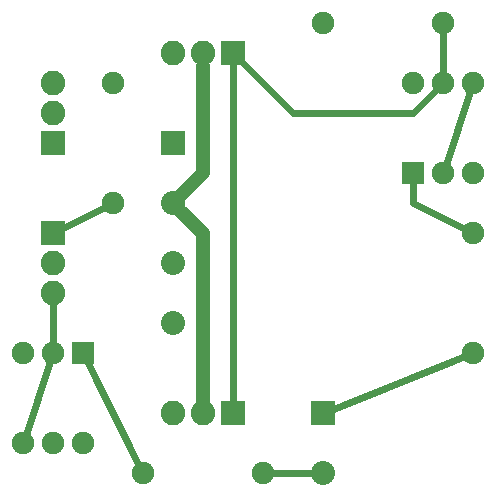
<source format=gbl>
G04 MADE WITH FRITZING*
G04 WWW.FRITZING.ORG*
G04 DOUBLE SIDED*
G04 HOLES PLATED*
G04 CONTOUR ON CENTER OF CONTOUR VECTOR*
%ASAXBY*%
%FSLAX23Y23*%
%MOIN*%
%OFA0B0*%
%SFA1.0B1.0*%
%ADD10C,0.075000*%
%ADD11C,0.082000*%
%ADD12C,0.080000*%
%ADD13R,0.075000X0.075000*%
%ADD14R,0.082000X0.082000*%
%ADD15R,0.080000X0.080000*%
%ADD16C,0.024000*%
%ADD17C,0.048000*%
%LNCOPPER0*%
G90*
G70*
G54D10*
X1599Y1151D03*
X1599Y1451D03*
X1699Y1151D03*
X1699Y1451D03*
X1799Y1151D03*
X1799Y1451D03*
X499Y551D03*
X499Y251D03*
X399Y551D03*
X399Y251D03*
X299Y551D03*
X299Y251D03*
G54D11*
X399Y951D03*
X399Y851D03*
X399Y751D03*
X999Y351D03*
X899Y351D03*
X799Y351D03*
X999Y1551D03*
X899Y1551D03*
X799Y1551D03*
X399Y1251D03*
X399Y1351D03*
X399Y1451D03*
G54D12*
X799Y1251D03*
X799Y1051D03*
X799Y851D03*
X799Y651D03*
X1299Y351D03*
X1299Y151D03*
G54D10*
X1799Y951D03*
X1799Y551D03*
X699Y151D03*
X1099Y151D03*
X1699Y1651D03*
X1299Y1651D03*
X599Y1051D03*
X599Y1451D03*
G54D13*
X1599Y1151D03*
X499Y551D03*
G54D14*
X399Y951D03*
X999Y351D03*
X999Y1551D03*
X399Y1251D03*
G54D15*
X799Y1251D03*
X1299Y351D03*
G54D16*
X308Y278D02*
X389Y524D01*
D02*
X1772Y540D02*
X1327Y362D01*
D02*
X1267Y151D02*
X1127Y151D01*
D02*
X511Y525D02*
X686Y176D01*
D02*
X573Y1038D02*
X427Y965D01*
D02*
X1699Y1479D02*
X1699Y1622D01*
G54D17*
D02*
X899Y383D02*
X898Y950D01*
D02*
X898Y950D02*
X820Y1029D01*
G54D16*
D02*
X1021Y1528D02*
X1198Y1352D01*
D02*
X1198Y1352D02*
X1598Y1352D01*
D02*
X1598Y1352D02*
X1678Y1431D01*
D02*
X999Y383D02*
X999Y1519D01*
D02*
X1708Y1178D02*
X1790Y1424D01*
D02*
X1598Y1051D02*
X1773Y964D01*
D02*
X1598Y1122D02*
X1598Y1051D01*
G54D17*
D02*
X898Y1150D02*
X898Y1508D01*
D02*
X828Y1081D02*
X898Y1150D01*
G54D16*
D02*
X399Y579D02*
X399Y719D01*
G04 End of Copper0*
M02*
</source>
